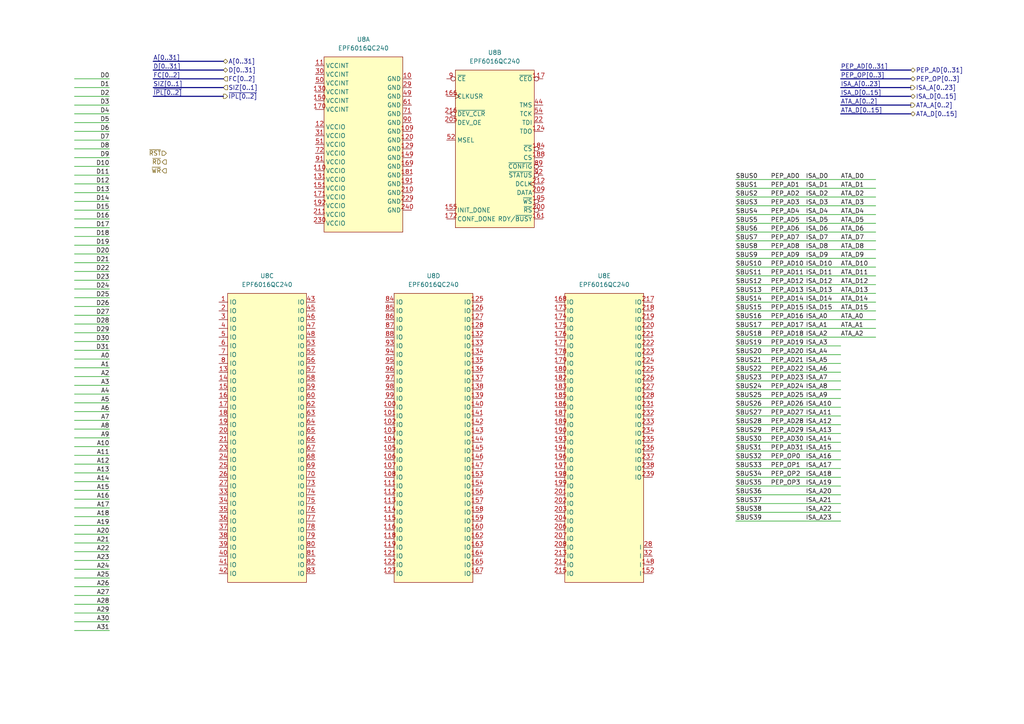
<source format=kicad_sch>
(kicad_sch (version 20230121) (generator eeschema)
  (paper "A4")
  (lib_symbols
    (symbol "m68k-hbc-ic:EPF6016QC240"
      (property "Reference" "U" (at 0 45.72 0))
      (property "Value" "EPF6016QC240" (at 0 43.18 0))
      (symbol "EPF6016QC240_1_0"
        (pin power_in line (at 13.97 5.08 180) (length 2.54) (name "GND") (number "109"))
        (pin power_in line (at -13.97 -6.35 0) (length 2.54) (name "VCCIO") (number "110"))
        (pin power_in line (at -13.97 6.35 0) (length 2.54) (name "VCCIO") (number "12"))
        (pin power_in line (at 13.97 2.54 180) (length 2.54) (name "GND") (number "120"))
        (pin power_in line (at 13.97 0 180) (length 2.54) (name "GND") (number "129"))
        (pin power_in line (at -13.97 -8.89 0) (length 2.54) (name "VCCIO") (number "131"))
        (pin power_in line (at 13.97 -2.54 180) (length 2.54) (name "GND") (number "149"))
        (pin power_in line (at -13.97 -11.43 0) (length 2.54) (name "VCCIO") (number "151"))
        (pin power_in line (at 13.97 -5.08 180) (length 2.54) (name "GND") (number "169"))
        (pin power_in line (at -13.97 -13.97 0) (length 2.54) (name "VCCIO") (number "171"))
        (pin power_in line (at 13.97 -10.16 180) (length 2.54) (name "GND") (number "191"))
        (pin power_in line (at -13.97 -16.51 0) (length 2.54) (name "VCCIO") (number "192"))
        (pin power_in line (at 13.97 -15.24 180) (length 2.54) (name "GND") (number "229"))
        (pin power_in line (at -13.97 -21.59 0) (length 2.54) (name "VCCIO") (number "230"))
        (pin power_in line (at 13.97 17.78 180) (length 2.54) (name "GND") (number "29"))
        (pin power_in line (at -13.97 21.59 0) (length 2.54) (name "VCCINT") (number "30"))
        (pin power_in line (at -13.97 3.81 0) (length 2.54) (name "VCCIO") (number "31"))
        (pin power_in line (at 13.97 15.24 180) (length 2.54) (name "GND") (number "49"))
        (pin power_in line (at -13.97 19.05 0) (length 2.54) (name "VCCINT") (number "50"))
        (pin power_in line (at -13.97 1.27 0) (length 2.54) (name "VCCIO") (number "51"))
        (pin power_in line (at 13.97 12.7 180) (length 2.54) (name "GND") (number "61"))
        (pin power_in line (at 13.97 10.16 180) (length 2.54) (name "GND") (number "71"))
        (pin power_in line (at -13.97 -1.27 0) (length 2.54) (name "VCCIO") (number "72"))
      )
      (symbol "EPF6016QC240_1_1"
        (rectangle (start -11.43 26.67) (end 11.43 -24.13) (fill (type background)))
        (pin power_in line (at 13.97 20.32 180) (length 2.54) (name "GND") (number "10"))
        (pin power_in line (at -13.97 24.13 0) (length 2.54) (name "VCCINT") (number "11"))
        (pin power_in line (at -13.97 16.51 0) (length 2.54) (name "VCCINT") (number "130"))
        (pin power_in line (at -13.97 13.97 0) (length 2.54) (name "VCCINT") (number "150"))
        (pin power_in line (at -13.97 11.43 0) (length 2.54) (name "VCCINT") (number "170"))
        (pin power_in line (at 13.97 -7.62 180) (length 2.54) (name "GND") (number "181"))
        (pin power_in line (at 13.97 -12.7 180) (length 2.54) (name "GND") (number "210"))
        (pin power_in line (at -13.97 -19.05 0) (length 2.54) (name "VCCIO") (number "211"))
        (pin power_in line (at 13.97 -17.78 180) (length 2.54) (name "GND") (number "240"))
        (pin power_in line (at 13.97 7.62 180) (length 2.54) (name "GND") (number "90"))
        (pin power_in line (at -13.97 -3.81 0) (length 2.54) (name "VCCIO") (number "91"))
      )
      (symbol "EPF6016QC240_2_0"
        (pin output inverted (at 13.97 20.32 180) (length 2.54) (name "~{CEO}") (number "117"))
        (pin bidirectional line (at 13.97 -20.32 180) (length 2.54) (name "RDY/~{BUSY}") (number "161"))
        (pin input clock (at -13.97 15.24 0) (length 2.54) (name "CLKUSR") (number "166"))
        (pin bidirectional line (at -13.97 -20.32 0) (length 2.54) (name "CONF_DONE") (number "172"))
        (pin bidirectional inverted (at 13.97 0 180) (length 2.54) (name "~{CS}") (number "184"))
        (pin bidirectional inverted (at 13.97 -15.24 180) (length 2.54) (name "~{WS}") (number "195"))
        (pin bidirectional inverted (at 13.97 -17.78 180) (length 2.54) (name "~{RS}") (number "200"))
        (pin input line (at 13.97 12.7 180) (length 2.54) (name "TMS") (number "44"))
        (pin input line (at 13.97 10.16 180) (length 2.54) (name "TCK") (number "54"))
        (pin input inverted (at -13.97 20.32 0) (length 2.54) (name "~{CE}") (number "9"))
      )
      (symbol "EPF6016QC240_2_1"
        (rectangle (start -11.43 22.86) (end 11.43 -22.86) (fill (type background)))
        (pin output line (at 13.97 5.08 180) (length 2.54) (name "TDO") (number "124"))
        (pin bidirectional line (at -13.97 -17.78 0) (length 2.54) (name "INIT_DONE") (number "155"))
        (pin bidirectional line (at 13.97 -2.54 180) (length 2.54) (name "CS") (number "188"))
        (pin bidirectional line (at -13.97 7.62 0) (length 2.54) (name "DEV_OE") (number "205"))
        (pin input line (at 13.97 -12.7 180) (length 2.54) (name "DATA") (number "209"))
        (pin bidirectional clock (at 13.97 -10.16 180) (length 2.54) (name "DCLK") (number "212"))
        (pin bidirectional inverted (at -13.97 10.16 0) (length 2.54) (name "~{DEV_CLR}") (number "216"))
        (pin input line (at 13.97 7.62 180) (length 2.54) (name "TDI") (number "22"))
        (pin input line (at -13.97 2.54 0) (length 2.54) (name "MSEL") (number "52"))
        (pin bidirectional inverted (at 13.97 -5.08 180) (length 2.54) (name "~{CONFIG}") (number "89"))
        (pin bidirectional inverted (at 13.97 -7.62 180) (length 2.54) (name "~{STATUS}") (number "92"))
      )
      (symbol "EPF6016QC240_3_0"
        (pin bidirectional line (at -13.97 39.37 0) (length 2.54) (name "IO") (number "1"))
        (pin bidirectional line (at -13.97 19.05 0) (length 2.54) (name "IO") (number "13"))
        (pin bidirectional line (at -13.97 16.51 0) (length 2.54) (name "IO") (number "14"))
        (pin bidirectional line (at -13.97 13.97 0) (length 2.54) (name "IO") (number "15"))
        (pin bidirectional line (at -13.97 8.89 0) (length 2.54) (name "IO") (number "17"))
        (pin bidirectional line (at -13.97 6.35 0) (length 2.54) (name "IO") (number "18"))
        (pin bidirectional line (at -13.97 3.81 0) (length 2.54) (name "IO") (number "19"))
        (pin bidirectional line (at -13.97 -1.27 0) (length 2.54) (name "IO") (number "21"))
        (pin bidirectional line (at -13.97 -6.35 0) (length 2.54) (name "IO") (number "24"))
        (pin bidirectional line (at -13.97 -8.89 0) (length 2.54) (name "IO") (number "25"))
        (pin bidirectional line (at -13.97 -16.51 0) (length 2.54) (name "IO") (number "33"))
        (pin bidirectional line (at -13.97 -19.05 0) (length 2.54) (name "IO") (number "34"))
        (pin bidirectional line (at -13.97 -21.59 0) (length 2.54) (name "IO") (number "35"))
        (pin bidirectional line (at -13.97 -24.13 0) (length 2.54) (name "IO") (number "36"))
        (pin bidirectional line (at -13.97 -29.21 0) (length 2.54) (name "IO") (number "38"))
        (pin bidirectional line (at -13.97 -31.75 0) (length 2.54) (name "IO") (number "39"))
        (pin bidirectional line (at -13.97 -34.29 0) (length 2.54) (name "IO") (number "40"))
        (pin bidirectional line (at -13.97 -36.83 0) (length 2.54) (name "IO") (number "41"))
        (pin bidirectional line (at 13.97 39.37 180) (length 2.54) (name "IO") (number "43"))
        (pin bidirectional line (at 13.97 36.83 180) (length 2.54) (name "IO") (number "45"))
        (pin bidirectional line (at 13.97 34.29 180) (length 2.54) (name "IO") (number "46"))
        (pin bidirectional line (at 13.97 29.21 180) (length 2.54) (name "IO") (number "48"))
        (pin bidirectional line (at 13.97 26.67 180) (length 2.54) (name "IO") (number "53"))
        (pin bidirectional line (at 13.97 24.13 180) (length 2.54) (name "IO") (number "55"))
        (pin bidirectional line (at 13.97 21.59 180) (length 2.54) (name "IO") (number "56"))
        (pin bidirectional line (at -13.97 26.67 0) (length 2.54) (name "IO") (number "6"))
        (pin bidirectional line (at 13.97 8.89 180) (length 2.54) (name "IO") (number "62"))
        (pin bidirectional line (at 13.97 6.35 180) (length 2.54) (name "IO") (number "63"))
        (pin bidirectional line (at 13.97 3.81 180) (length 2.54) (name "IO") (number "64"))
        (pin bidirectional line (at 13.97 1.27 180) (length 2.54) (name "IO") (number "65"))
        (pin bidirectional line (at 13.97 -1.27 180) (length 2.54) (name "IO") (number "66"))
        (pin bidirectional line (at 13.97 -3.81 180) (length 2.54) (name "IO") (number "67"))
        (pin bidirectional line (at 13.97 -6.35 180) (length 2.54) (name "IO") (number "68"))
        (pin bidirectional line (at -13.97 24.13 0) (length 2.54) (name "IO") (number "7"))
        (pin bidirectional line (at 13.97 -11.43 180) (length 2.54) (name "IO") (number "70"))
        (pin bidirectional line (at 13.97 -16.51 180) (length 2.54) (name "IO") (number "74"))
        (pin bidirectional line (at 13.97 -19.05 180) (length 2.54) (name "IO") (number "75"))
        (pin bidirectional line (at 13.97 -26.67 180) (length 2.54) (name "IO") (number "78"))
        (pin bidirectional line (at 13.97 -29.21 180) (length 2.54) (name "IO") (number "79"))
        (pin bidirectional line (at -13.97 21.59 0) (length 2.54) (name "IO") (number "8"))
        (pin bidirectional line (at 13.97 -31.75 180) (length 2.54) (name "IO") (number "80"))
        (pin bidirectional line (at 13.97 -34.29 180) (length 2.54) (name "IO") (number "81"))
        (pin bidirectional line (at 13.97 -36.83 180) (length 2.54) (name "IO") (number "82"))
        (pin bidirectional line (at 13.97 -39.37 180) (length 2.54) (name "IO") (number "83"))
      )
      (symbol "EPF6016QC240_3_1"
        (rectangle (start -11.43 41.91) (end 11.43 -41.91) (fill (type background)))
        (pin bidirectional line (at -13.97 11.43 0) (length 2.54) (name "IO") (number "16"))
        (pin bidirectional line (at -13.97 36.83 0) (length 2.54) (name "IO") (number "2"))
        (pin bidirectional line (at -13.97 1.27 0) (length 2.54) (name "IO") (number "20"))
        (pin bidirectional line (at -13.97 -3.81 0) (length 2.54) (name "IO") (number "23"))
        (pin bidirectional line (at -13.97 -11.43 0) (length 2.54) (name "IO") (number "26"))
        (pin bidirectional line (at -13.97 -13.97 0) (length 2.54) (name "IO") (number "27"))
        (pin bidirectional line (at -13.97 34.29 0) (length 2.54) (name "IO") (number "3"))
        (pin bidirectional line (at -13.97 -26.67 0) (length 2.54) (name "IO") (number "37"))
        (pin bidirectional line (at -13.97 31.75 0) (length 2.54) (name "IO") (number "4"))
        (pin bidirectional line (at -13.97 -39.37 0) (length 2.54) (name "IO") (number "42"))
        (pin bidirectional line (at 13.97 31.75 180) (length 2.54) (name "IO") (number "47"))
        (pin bidirectional line (at -13.97 29.21 0) (length 2.54) (name "IO") (number "5"))
        (pin bidirectional line (at 13.97 19.05 180) (length 2.54) (name "IO") (number "57"))
        (pin bidirectional line (at 13.97 16.51 180) (length 2.54) (name "IO") (number "58"))
        (pin bidirectional line (at 13.97 13.97 180) (length 2.54) (name "IO") (number "59"))
        (pin bidirectional line (at 13.97 11.43 180) (length 2.54) (name "IO") (number "60"))
        (pin bidirectional line (at 13.97 -8.89 180) (length 2.54) (name "IO") (number "69"))
        (pin bidirectional line (at 13.97 -13.97 180) (length 2.54) (name "IO") (number "73"))
        (pin bidirectional line (at 13.97 -21.59 180) (length 2.54) (name "IO") (number "76"))
        (pin bidirectional line (at 13.97 -24.13 180) (length 2.54) (name "IO") (number "77"))
      )
      (symbol "EPF6016QC240_4_0"
        (pin bidirectional line (at -13.97 8.89 0) (length 2.54) (name "IO") (number "100"))
        (pin bidirectional line (at -13.97 6.35 0) (length 2.54) (name "IO") (number "101"))
        (pin bidirectional line (at -13.97 3.81 0) (length 2.54) (name "IO") (number "102"))
        (pin bidirectional line (at -13.97 1.27 0) (length 2.54) (name "IO") (number "103"))
        (pin bidirectional line (at -13.97 -3.81 0) (length 2.54) (name "IO") (number "105"))
        (pin bidirectional line (at -13.97 -6.35 0) (length 2.54) (name "IO") (number "106"))
        (pin bidirectional line (at -13.97 -8.89 0) (length 2.54) (name "IO") (number "107"))
        (pin bidirectional line (at -13.97 -11.43 0) (length 2.54) (name "IO") (number "108"))
        (pin bidirectional line (at -13.97 -13.97 0) (length 2.54) (name "IO") (number "111"))
        (pin bidirectional line (at -13.97 -19.05 0) (length 2.54) (name "IO") (number "113"))
        (pin bidirectional line (at -13.97 -21.59 0) (length 2.54) (name "IO") (number "114"))
        (pin bidirectional line (at -13.97 -24.13 0) (length 2.54) (name "IO") (number "115"))
        (pin bidirectional line (at -13.97 -26.67 0) (length 2.54) (name "IO") (number "116"))
        (pin bidirectional line (at -13.97 -29.21 0) (length 2.54) (name "IO") (number "118"))
        (pin bidirectional line (at -13.97 -31.75 0) (length 2.54) (name "IO") (number "119"))
        (pin bidirectional line (at 13.97 36.83 180) (length 2.54) (name "IO") (number "126"))
        (pin bidirectional line (at 13.97 34.29 180) (length 2.54) (name "IO") (number "127"))
        (pin bidirectional line (at 13.97 31.75 180) (length 2.54) (name "IO") (number "128"))
        (pin bidirectional line (at 13.97 29.21 180) (length 2.54) (name "IO") (number "132"))
        (pin bidirectional line (at 13.97 26.67 180) (length 2.54) (name "IO") (number "133"))
        (pin bidirectional line (at 13.97 24.13 180) (length 2.54) (name "IO") (number "134"))
        (pin bidirectional line (at 13.97 19.05 180) (length 2.54) (name "IO") (number "136"))
        (pin bidirectional line (at 13.97 16.51 180) (length 2.54) (name "IO") (number "137"))
        (pin bidirectional line (at 13.97 13.97 180) (length 2.54) (name "IO") (number "138"))
        (pin bidirectional line (at 13.97 11.43 180) (length 2.54) (name "IO") (number "139"))
        (pin bidirectional line (at 13.97 6.35 180) (length 2.54) (name "IO") (number "141"))
        (pin bidirectional line (at 13.97 3.81 180) (length 2.54) (name "IO") (number "142"))
        (pin bidirectional line (at 13.97 1.27 180) (length 2.54) (name "IO") (number "143"))
        (pin bidirectional line (at 13.97 -1.27 180) (length 2.54) (name "IO") (number "144"))
        (pin bidirectional line (at 13.97 -6.35 180) (length 2.54) (name "IO") (number "146"))
        (pin bidirectional line (at 13.97 -8.89 180) (length 2.54) (name "IO") (number "147"))
        (pin bidirectional line (at 13.97 -11.43 180) (length 2.54) (name "IO") (number "153"))
        (pin bidirectional line (at 13.97 -13.97 180) (length 2.54) (name "IO") (number "154"))
        (pin bidirectional line (at 13.97 -16.51 180) (length 2.54) (name "IO") (number "156"))
        (pin bidirectional line (at 13.97 -19.05 180) (length 2.54) (name "IO") (number "157"))
        (pin bidirectional line (at 13.97 -21.59 180) (length 2.54) (name "IO") (number "158"))
        (pin bidirectional line (at 13.97 -29.21 180) (length 2.54) (name "IO") (number "162"))
        (pin bidirectional line (at 13.97 -31.75 180) (length 2.54) (name "IO") (number "163"))
        (pin bidirectional line (at 13.97 -34.29 180) (length 2.54) (name "IO") (number "164"))
        (pin bidirectional line (at 13.97 -39.37 180) (length 2.54) (name "IO") (number "167"))
        (pin bidirectional line (at -13.97 39.37 0) (length 2.54) (name "IO") (number "84"))
        (pin bidirectional line (at -13.97 34.29 0) (length 2.54) (name "IO") (number "86"))
        (pin bidirectional line (at -13.97 31.75 0) (length 2.54) (name "IO") (number "87"))
        (pin bidirectional line (at -13.97 29.21 0) (length 2.54) (name "IO") (number "88"))
        (pin bidirectional line (at -13.97 24.13 0) (length 2.54) (name "IO") (number "94"))
        (pin bidirectional line (at -13.97 21.59 0) (length 2.54) (name "IO") (number "95"))
        (pin bidirectional line (at -13.97 16.51 0) (length 2.54) (name "IO") (number "97"))
        (pin bidirectional line (at -13.97 13.97 0) (length 2.54) (name "IO") (number "98"))
        (pin bidirectional line (at -13.97 11.43 0) (length 2.54) (name "IO") (number "99"))
      )
      (symbol "EPF6016QC240_4_1"
        (rectangle (start -11.43 41.91) (end 11.43 -41.91) (fill (type background)))
        (pin bidirectional line (at -13.97 -1.27 0) (length 2.54) (name "IO") (number "104"))
        (pin bidirectional line (at -13.97 -16.51 0) (length 2.54) (name "IO") (number "112"))
        (pin bidirectional line (at -13.97 -34.29 0) (length 2.54) (name "IO") (number "121"))
        (pin bidirectional line (at -13.97 -36.83 0) (length 2.54) (name "IO") (number "122"))
        (pin bidirectional line (at -13.97 -39.37 0) (length 2.54) (name "IO") (number "123"))
        (pin bidirectional line (at 13.97 39.37 180) (length 2.54) (name "IO") (number "125"))
        (pin bidirectional line (at 13.97 21.59 180) (length 2.54) (name "IO") (number "135"))
        (pin bidirectional line (at 13.97 8.89 180) (length 2.54) (name "IO") (number "140"))
        (pin bidirectional line (at 13.97 -3.81 180) (length 2.54) (name "IO") (number "145"))
        (pin bidirectional line (at 13.97 -24.13 180) (length 2.54) (name "IO") (number "159"))
        (pin bidirectional line (at 13.97 -26.67 180) (length 2.54) (name "IO") (number "160"))
        (pin bidirectional line (at 13.97 -36.83 180) (length 2.54) (name "IO") (number "165"))
        (pin bidirectional line (at -13.97 36.83 0) (length 2.54) (name "IO") (number "85"))
        (pin bidirectional line (at -13.97 26.67 0) (length 2.54) (name "IO") (number "93"))
        (pin bidirectional line (at -13.97 19.05 0) (length 2.54) (name "IO") (number "96"))
      )
      (symbol "EPF6016QC240_5_0"
        (pin input line (at 13.97 -36.83 180) (length 2.54) (name "I") (number "148"))
        (pin input line (at 13.97 -39.37 180) (length 2.54) (name "I") (number "152"))
        (pin bidirectional line (at -13.97 39.37 0) (length 2.54) (name "IO") (number "168"))
        (pin bidirectional line (at -13.97 36.83 0) (length 2.54) (name "IO") (number "173"))
        (pin bidirectional line (at -13.97 34.29 0) (length 2.54) (name "IO") (number "174"))
        (pin bidirectional line (at -13.97 31.75 0) (length 2.54) (name "IO") (number "175"))
        (pin bidirectional line (at -13.97 6.35 0) (length 2.54) (name "IO") (number "187"))
        (pin bidirectional line (at -13.97 -1.27 0) (length 2.54) (name "IO") (number "193"))
        (pin bidirectional line (at -13.97 -3.81 0) (length 2.54) (name "IO") (number "194"))
        (pin bidirectional line (at -13.97 -6.35 0) (length 2.54) (name "IO") (number "196"))
        (pin bidirectional line (at -13.97 -11.43 0) (length 2.54) (name "IO") (number "198"))
        (pin bidirectional line (at -13.97 -13.97 0) (length 2.54) (name "IO") (number "199"))
        (pin bidirectional line (at -13.97 -16.51 0) (length 2.54) (name "IO") (number "201"))
        (pin bidirectional line (at -13.97 -19.05 0) (length 2.54) (name "IO") (number "202"))
        (pin bidirectional line (at -13.97 -21.59 0) (length 2.54) (name "IO") (number "203"))
        (pin bidirectional line (at -13.97 -24.13 0) (length 2.54) (name "IO") (number "204"))
        (pin bidirectional line (at -13.97 -26.67 0) (length 2.54) (name "IO") (number "206"))
        (pin bidirectional line (at -13.97 -29.21 0) (length 2.54) (name "IO") (number "207"))
        (pin bidirectional line (at -13.97 -31.75 0) (length 2.54) (name "IO") (number "208"))
        (pin bidirectional line (at -13.97 -36.83 0) (length 2.54) (name "IO") (number "214"))
        (pin bidirectional line (at -13.97 -39.37 0) (length 2.54) (name "IO") (number "215"))
        (pin bidirectional line (at 13.97 39.37 180) (length 2.54) (name "IO") (number "217"))
        (pin bidirectional line (at 13.97 36.83 180) (length 2.54) (name "IO") (number "218"))
        (pin bidirectional line (at 13.97 34.29 180) (length 2.54) (name "IO") (number "219"))
        (pin bidirectional line (at 13.97 31.75 180) (length 2.54) (name "IO") (number "220"))
        (pin bidirectional line (at 13.97 29.21 180) (length 2.54) (name "IO") (number "221"))
        (pin bidirectional line (at 13.97 26.67 180) (length 2.54) (name "IO") (number "222"))
        (pin bidirectional line (at 13.97 24.13 180) (length 2.54) (name "IO") (number "223"))
        (pin bidirectional line (at 13.97 19.05 180) (length 2.54) (name "IO") (number "225"))
        (pin bidirectional line (at 13.97 16.51 180) (length 2.54) (name "IO") (number "226"))
        (pin bidirectional line (at 13.97 13.97 180) (length 2.54) (name "IO") (number "227"))
        (pin bidirectional line (at 13.97 11.43 180) (length 2.54) (name "IO") (number "228"))
        (pin bidirectional line (at 13.97 8.89 180) (length 2.54) (name "IO") (number "231"))
        (pin bidirectional line (at 13.97 3.81 180) (length 2.54) (name "IO") (number "233"))
        (pin bidirectional line (at 13.97 1.27 180) (length 2.54) (name "IO") (number "234"))
        (pin bidirectional line (at 13.97 -1.27 180) (length 2.54) (name "IO") (number "235"))
        (pin bidirectional line (at 13.97 -6.35 180) (length 2.54) (name "IO") (number "237"))
        (pin input line (at 13.97 -31.75 180) (length 2.54) (name "I") (number "28"))
      )
      (symbol "EPF6016QC240_5_1"
        (rectangle (start -11.43 41.91) (end 11.43 -41.91) (fill (type background)))
        (pin bidirectional line (at -13.97 29.21 0) (length 2.54) (name "IO") (number "176"))
        (pin bidirectional line (at -13.97 26.67 0) (length 2.54) (name "IO") (number "177"))
        (pin bidirectional line (at -13.97 24.13 0) (length 2.54) (name "IO") (number "178"))
        (pin bidirectional line (at -13.97 21.59 0) (length 2.54) (name "IO") (number "179"))
        (pin bidirectional line (at -13.97 19.05 0) (length 2.54) (name "IO") (number "180"))
        (pin bidirectional line (at -13.97 16.51 0) (length 2.54) (name "IO") (number "182"))
        (pin bidirectional line (at -13.97 13.97 0) (length 2.54) (name "IO") (number "183"))
        (pin bidirectional line (at -13.97 11.43 0) (length 2.54) (name "IO") (number "185"))
        (pin bidirectional line (at -13.97 8.89 0) (length 2.54) (name "IO") (number "186"))
        (pin bidirectional line (at -13.97 3.81 0) (length 2.54) (name "IO") (number "189"))
        (pin bidirectional line (at -13.97 1.27 0) (length 2.54) (name "IO") (number "190"))
        (pin bidirectional line (at -13.97 -8.89 0) (length 2.54) (name "IO") (number "197"))
        (pin bidirectional line (at -13.97 -34.29 0) (length 2.54) (name "IO") (number "213"))
        (pin bidirectional line (at 13.97 21.59 180) (length 2.54) (name "IO") (number "224"))
        (pin bidirectional line (at 13.97 6.35 180) (length 2.54) (name "IO") (number "232"))
        (pin bidirectional line (at 13.97 -3.81 180) (length 2.54) (name "IO") (number "236"))
        (pin bidirectional line (at 13.97 -8.89 180) (length 2.54) (name "IO") (number "238"))
        (pin bidirectional line (at 13.97 -11.43 180) (length 2.54) (name "IO") (number "239"))
        (pin input line (at 13.97 -34.29 180) (length 2.54) (name "I") (number "32"))
      )
    )
  )
  (wire (pts (xy 21.59 106.68) (xy 31.75 106.68)))
  (wire (pts (xy 21.59 63.5) (xy 31.75 63.5)))
  (bus (pts (xy 44.45 27.94) (xy 64.77 27.94)))
  (wire (pts (xy 21.59 121.92) (xy 31.75 121.92)))
  (wire (pts (xy 21.59 129.54) (xy 31.75 129.54)))
  (wire (pts (xy 213.36 54.61) (xy 254 54.61)))
  (wire (pts (xy 21.59 170.18) (xy 31.75 170.18)))
  (wire (pts (xy 21.59 127) (xy 31.75 127)))
  (wire (pts (xy 21.59 55.88) (xy 31.75 55.88)))
  (wire (pts (xy 21.59 116.84) (xy 31.75 116.84)))
  (wire (pts (xy 213.36 130.81) (xy 243.84 130.81)))
  (wire (pts (xy 21.59 53.34) (xy 31.75 53.34)))
  (wire (pts (xy 21.59 157.48) (xy 31.75 157.48)))
  (wire (pts (xy 21.59 25.4) (xy 31.75 25.4)))
  (wire (pts (xy 21.59 139.7) (xy 31.75 139.7)))
  (wire (pts (xy 21.59 83.82) (xy 31.75 83.82)))
  (wire (pts (xy 213.36 125.73) (xy 243.84 125.73)))
  (wire (pts (xy 21.59 88.9) (xy 31.75 88.9)))
  (wire (pts (xy 213.36 57.15) (xy 254 57.15)))
  (wire (pts (xy 21.59 86.36) (xy 31.75 86.36)))
  (bus (pts (xy 243.84 30.48) (xy 264.16 30.48)))
  (wire (pts (xy 21.59 114.3) (xy 31.75 114.3)))
  (wire (pts (xy 213.36 128.27) (xy 243.84 128.27)))
  (wire (pts (xy 213.36 135.89) (xy 243.84 135.89)))
  (wire (pts (xy 213.36 146.05) (xy 243.84 146.05)))
  (wire (pts (xy 213.36 115.57) (xy 243.84 115.57)))
  (wire (pts (xy 213.36 62.23) (xy 254 62.23)))
  (wire (pts (xy 21.59 180.34) (xy 31.75 180.34)))
  (wire (pts (xy 21.59 58.42) (xy 31.75 58.42)))
  (wire (pts (xy 21.59 71.12) (xy 31.75 71.12)))
  (wire (pts (xy 21.59 96.52) (xy 31.75 96.52)))
  (wire (pts (xy 21.59 66.04) (xy 31.75 66.04)))
  (wire (pts (xy 213.36 110.49) (xy 243.84 110.49)))
  (wire (pts (xy 21.59 60.96) (xy 31.75 60.96)))
  (wire (pts (xy 213.36 69.85) (xy 254 69.85)))
  (bus (pts (xy 243.84 20.32) (xy 264.16 20.32)))
  (wire (pts (xy 21.59 33.02) (xy 31.75 33.02)))
  (wire (pts (xy 21.59 152.4) (xy 31.75 152.4)))
  (wire (pts (xy 21.59 73.66) (xy 31.75 73.66)))
  (wire (pts (xy 213.36 138.43) (xy 243.84 138.43)))
  (wire (pts (xy 21.59 27.94) (xy 31.75 27.94)))
  (bus (pts (xy 44.45 22.86) (xy 64.77 22.86)))
  (bus (pts (xy 44.45 17.78) (xy 64.77 17.78)))
  (wire (pts (xy 21.59 124.46) (xy 31.75 124.46)))
  (wire (pts (xy 21.59 142.24) (xy 31.75 142.24)))
  (wire (pts (xy 213.36 151.13) (xy 243.84 151.13)))
  (wire (pts (xy 21.59 68.58) (xy 31.75 68.58)))
  (wire (pts (xy 21.59 93.98) (xy 31.75 93.98)))
  (wire (pts (xy 21.59 177.8) (xy 31.75 177.8)))
  (wire (pts (xy 213.36 74.93) (xy 254 74.93)))
  (wire (pts (xy 213.36 123.19) (xy 243.84 123.19)))
  (bus (pts (xy 243.84 25.4) (xy 264.16 25.4)))
  (wire (pts (xy 21.59 50.8) (xy 31.75 50.8)))
  (wire (pts (xy 213.36 64.77) (xy 254 64.77)))
  (wire (pts (xy 21.59 132.08) (xy 31.75 132.08)))
  (wire (pts (xy 213.36 102.87) (xy 243.84 102.87)))
  (wire (pts (xy 21.59 30.48) (xy 31.75 30.48)))
  (wire (pts (xy 213.36 90.17) (xy 254 90.17)))
  (wire (pts (xy 21.59 137.16) (xy 31.75 137.16)))
  (wire (pts (xy 21.59 45.72) (xy 31.75 45.72)))
  (wire (pts (xy 213.36 72.39) (xy 254 72.39)))
  (wire (pts (xy 213.36 59.69) (xy 254 59.69)))
  (wire (pts (xy 213.36 113.03) (xy 243.84 113.03)))
  (wire (pts (xy 213.36 52.07) (xy 254 52.07)))
  (wire (pts (xy 213.36 120.65) (xy 243.84 120.65)))
  (wire (pts (xy 21.59 119.38) (xy 31.75 119.38)))
  (wire (pts (xy 21.59 78.74) (xy 31.75 78.74)))
  (wire (pts (xy 21.59 101.6) (xy 31.75 101.6)))
  (wire (pts (xy 21.59 22.86) (xy 31.75 22.86)))
  (wire (pts (xy 213.36 148.59) (xy 243.84 148.59)))
  (wire (pts (xy 213.36 92.71) (xy 254 92.71)))
  (wire (pts (xy 21.59 167.64) (xy 31.75 167.64)))
  (wire (pts (xy 213.36 107.95) (xy 243.84 107.95)))
  (wire (pts (xy 21.59 175.26) (xy 31.75 175.26)))
  (wire (pts (xy 213.36 143.51) (xy 243.84 143.51)))
  (wire (pts (xy 21.59 162.56) (xy 31.75 162.56)))
  (wire (pts (xy 21.59 76.2) (xy 31.75 76.2)))
  (wire (pts (xy 21.59 91.44) (xy 31.75 91.44)))
  (wire (pts (xy 21.59 104.14) (xy 31.75 104.14)))
  (wire (pts (xy 213.36 87.63) (xy 254 87.63)))
  (wire (pts (xy 213.36 133.35) (xy 243.84 133.35)))
  (wire (pts (xy 21.59 149.86) (xy 31.75 149.86)))
  (wire (pts (xy 21.59 48.26) (xy 31.75 48.26)))
  (wire (pts (xy 213.36 140.97) (xy 243.84 140.97)))
  (bus (pts (xy 243.84 22.86) (xy 264.16 22.86)))
  (wire (pts (xy 21.59 35.56) (xy 31.75 35.56)))
  (bus (pts (xy 44.45 25.4) (xy 64.77 25.4)))
  (wire (pts (xy 213.36 97.79) (xy 254 97.79)))
  (wire (pts (xy 21.59 43.18) (xy 31.75 43.18)))
  (wire (pts (xy 21.59 99.06) (xy 31.75 99.06)))
  (wire (pts (xy 213.36 118.11) (xy 243.84 118.11)))
  (wire (pts (xy 21.59 165.1) (xy 31.75 165.1)))
  (wire (pts (xy 21.59 40.64) (xy 31.75 40.64)))
  (wire (pts (xy 213.36 80.01) (xy 254 80.01)))
  (wire (pts (xy 21.59 111.76) (xy 31.75 111.76)))
  (wire (pts (xy 21.59 134.62) (xy 31.75 134.62)))
  (wire (pts (xy 21.59 38.1) (xy 31.75 38.1)))
  (wire (pts (xy 21.59 81.28) (xy 31.75 81.28)))
  (wire (pts (xy 21.59 109.22) (xy 31.75 109.22)))
  (wire (pts (xy 213.36 82.55) (xy 254 82.55)))
  (wire (pts (xy 213.36 100.33) (xy 243.84 100.33)))
  (wire (pts (xy 213.36 77.47) (xy 254 77.47)))
  (wire (pts (xy 21.59 154.94) (xy 31.75 154.94)))
  (bus (pts (xy 243.84 33.02) (xy 264.16 33.02)))
  (wire (pts (xy 21.59 172.72) (xy 31.75 172.72)))
  (wire (pts (xy 21.59 182.88) (xy 31.75 182.88)))
  (wire (pts (xy 21.59 160.02) (xy 31.75 160.02)))
  (wire (pts (xy 213.36 95.25) (xy 254 95.25)))
  (wire (pts (xy 213.36 105.41) (xy 243.84 105.41)))
  (wire (pts (xy 213.36 85.09) (xy 254 85.09)))
  (wire (pts (xy 21.59 144.78) (xy 31.75 144.78)))
  (wire (pts (xy 21.59 147.32) (xy 31.75 147.32)))
  (bus (pts (xy 44.45 20.32) (xy 64.77 20.32)))
  (bus (pts (xy 243.84 27.94) (xy 264.16 27.94)))
  (wire (pts (xy 213.36 67.31) (xy 254 67.31)))
  (label "SBUS19" (at 213.36 100.33 0))
  (label "PEP_AD21" (at 223.52 105.41 0))
  (label "ATA_D7" (at 243.84 69.85 0))
  (label "D2" (at 31.75 27.94 180))
  (label "ISA_A7" (at 233.68 110.49 0))
  (label "PEP_AD23" (at 223.52 110.49 0))
  (label "ATA_D12" (at 243.84 82.55 0))
  (label "PEP_AD7" (at 223.52 69.85 0))
  (label "D16" (at 31.75 63.5 180))
  (label "ISA_A22" (at 233.68 148.59 0))
  (label "PEP_AD30" (at 223.52 128.27 0))
  (label "ISA_D5" (at 233.68 64.77 0))
  (label "ISA_D9" (at 233.68 74.93 0))
  (label "D9" (at 31.75 45.72 180))
  (label "ISA_A2" (at 233.68 97.79 0))
  (label "ATA_D9" (at 243.84 74.93 0))
  (label "SBUS18" (at 213.36 97.79 0))
  (label "FC[0..2]" (at 44.45 22.86 0))
  (label "ISA_A5" (at 233.68 105.41 0))
  (label "D4" (at 31.75 33.02 180))
  (label "PEP_AD27" (at 223.52 120.65 0))
  (label "PEP_AD20" (at 223.52 102.87 0))
  (label "ISA_D4" (at 233.68 62.23 0))
  (label "D8" (at 31.75 43.18 180))
  (label "A5" (at 31.75 116.84 180))
  (label "A14" (at 31.75 139.7 180))
  (label "ATA_D4" (at 243.84 62.23 0))
  (label "PEP_AD17" (at 223.52 95.25 0))
  (label "ISA_A6" (at 233.68 107.95 0))
  (label "SBUS20" (at 213.36 102.87 0))
  (label "A[0..31]" (at 44.45 17.78 0))
  (label "SBUS16" (at 213.36 92.71 0))
  (label "PEP_AD22" (at 223.52 107.95 0))
  (label "SBUS38" (at 213.36 148.59 0))
  (label "PEP_AD31" (at 223.52 130.81 0))
  (label "SBUS33" (at 213.36 135.89 0))
  (label "ISA_D10" (at 233.68 77.47 0))
  (label "SBUS25" (at 213.36 115.57 0))
  (label "SBUS30" (at 213.36 128.27 0))
  (label "ISA_A13" (at 233.68 125.73 0))
  (label "PEP_AD2" (at 223.52 57.15 0))
  (label "D24" (at 31.75 83.82 180))
  (label "A27" (at 31.75 172.72 180))
  (label "PEP_AD8" (at 223.52 72.39 0))
  (label "D29" (at 31.75 96.52 180))
  (label "SBUS10" (at 213.36 77.47 0))
  (label "SBUS22" (at 213.36 107.95 0))
  (label "D26" (at 31.75 88.9 180))
  (label "D12" (at 31.75 53.34 180))
  (label "A24" (at 31.75 165.1 180))
  (label "ISA_A19" (at 233.68 140.97 0))
  (label "PEP_AD1" (at 223.52 54.61 0))
  (label "PEP_AD5" (at 223.52 64.77 0))
  (label "SBUS9" (at 213.36 74.93 0))
  (label "A25" (at 31.75 167.64 180))
  (label "SBUS7" (at 213.36 69.85 0))
  (label "D28" (at 31.75 93.98 180))
  (label "SBUS14" (at 213.36 87.63 0))
  (label "ISA_D13" (at 233.68 85.09 0))
  (label "SBUS34" (at 213.36 138.43 0))
  (label "ISA_A4" (at 233.68 102.87 0))
  (label "ISA_D7" (at 233.68 69.85 0))
  (label "ISA_A14" (at 233.68 128.27 0))
  (label "ISA_A10" (at 233.68 118.11 0))
  (label "PEP_OP[0..3]" (at 243.84 22.86 0))
  (label "SBUS0" (at 213.36 52.07 0))
  (label "PEP_AD4" (at 223.52 62.23 0))
  (label "ISA_A3" (at 233.68 100.33 0))
  (label "SBUS24" (at 213.36 113.03 0))
  (label "D[0..31]" (at 44.45 20.32 0))
  (label "SBUS27" (at 213.36 120.65 0))
  (label "ISA_A[0..23]" (at 243.84 25.4 0))
  (label "PEP_OP3" (at 223.52 140.97 0))
  (label "D17" (at 31.75 66.04 180))
  (label "ATA_D10" (at 243.84 77.47 0))
  (label "ATA_A1" (at 243.84 95.25 0))
  (label "D5" (at 31.75 35.56 180))
  (label "SBUS32" (at 213.36 133.35 0))
  (label "SBUS3" (at 213.36 59.69 0))
  (label "ATA_D5" (at 243.84 64.77 0))
  (label "D27" (at 31.75 91.44 180))
  (label "PEP_AD13" (at 223.52 85.09 0))
  (label "PEP_AD28" (at 223.52 123.19 0))
  (label "A22" (at 31.75 160.02 180))
  (label "ISA_A1" (at 233.68 95.25 0))
  (label "ATA_D2" (at 243.84 57.15 0))
  (label "ISA_A9" (at 233.68 115.57 0))
  (label "PEP_AD19" (at 223.52 100.33 0))
  (label "SBUS26" (at 213.36 118.11 0))
  (label "ATA_D6" (at 243.84 67.31 0))
  (label "A9" (at 31.75 127 180))
  (label "~{IPL[0..2]}" (at 44.45 27.94 0))
  (label "PEP_AD10" (at 223.52 77.47 0))
  (label "ISA_D[0..15]" (at 243.84 27.94 0))
  (label "D7" (at 31.75 40.64 180))
  (label "D25" (at 31.75 86.36 180))
  (label "PEP_AD[0..31]" (at 243.84 20.32 0))
  (label "D0" (at 31.75 22.86 180))
  (label "PEP_AD25" (at 223.52 115.57 0))
  (label "ATA_D8" (at 243.84 72.39 0))
  (label "D13" (at 31.75 55.88 180))
  (label "SBUS1" (at 213.36 54.61 0))
  (label "PEP_AD11" (at 223.52 80.01 0))
  (label "PEP_AD26" (at 223.52 118.11 0))
  (label "PEP_AD24" (at 223.52 113.03 0))
  (label "A20" (at 31.75 154.94 180))
  (label "ATA_D15" (at 243.84 90.17 0))
  (label "SBUS21" (at 213.36 105.41 0))
  (label "SBUS15" (at 213.36 90.17 0))
  (label "ISA_D8" (at 233.68 72.39 0))
  (label "ISA_A12" (at 233.68 123.19 0))
  (label "ISA_D0" (at 233.68 52.07 0))
  (label "ISA_D1" (at 233.68 54.61 0))
  (label "SBUS39" (at 213.36 151.13 0))
  (label "A15" (at 31.75 142.24 180))
  (label "D6" (at 31.75 38.1 180))
  (label "ISA_A15" (at 233.68 130.81 0))
  (label "A4" (at 31.75 114.3 180))
  (label "SBUS31" (at 213.36 130.81 0))
  (label "ISA_D3" (at 233.68 59.69 0))
  (label "A7" (at 31.75 121.92 180))
  (label "SBUS35" (at 213.36 140.97 0))
  (label "ISA_A18" (at 233.68 138.43 0))
  (label "ATA_D1" (at 243.84 54.61 0))
  (label "SBUS11" (at 213.36 80.01 0))
  (label "ISA_A17" (at 233.68 135.89 0))
  (label "ATA_A2" (at 243.84 97.79 0))
  (label "SBUS13" (at 213.36 85.09 0))
  (label "A30" (at 31.75 180.34 180))
  (label "SBUS29" (at 213.36 125.73 0))
  (label "SBUS23" (at 213.36 110.49 0))
  (label "D22" (at 31.75 78.74 180))
  (label "ATA_D14" (at 243.84 87.63 0))
  (label "A8" (at 31.75 124.46 180))
  (label "A2" (at 31.75 109.22 180))
  (label "A19" (at 31.75 152.4 180))
  (label "PEP_AD15" (at 223.52 90.17 0))
  (label "ISA_A8" (at 233.68 113.03 0))
  (label "SBUS36" (at 213.36 143.51 0))
  (label "ATA_D11" (at 243.84 80.01 0))
  (label "SBUS6" (at 213.36 67.31 0))
  (label "SBUS4" (at 213.36 62.23 0))
  (label "D30" (at 31.75 99.06 180))
  (label "ATA_D0" (at 243.84 52.07 0))
  (label "SBUS5" (at 213.36 64.77 0))
  (label "ATA_D13" (at 243.84 85.09 0))
  (label "D18" (at 31.75 68.58 180))
  (label "D21" (at 31.75 76.2 180))
  (label "ISA_D6" (at 233.68 67.31 0))
  (label "A6" (at 31.75 119.38 180))
  (label "A17" (at 31.75 147.32 180))
  (label "ISA_A20" (at 233.68 143.51 0))
  (label "PEP_AD0" (at 223.52 52.07 0))
  (label "A28" (at 31.75 175.26 180))
  (label "ATA_A[0..2]" (at 243.84 30.48 0))
  (label "A31" (at 31.75 182.88 180))
  (label "ATA_D[0..15]" (at 243.84 33.02 0))
  (label "ISA_A0" (at 233.68 92.71 0))
  (label "D10" (at 31.75 48.26 180))
  (label "PEP_AD18" (at 223.52 97.79 0))
  (label "A29" (at 31.75 177.8 180))
  (label "SIZ[0..1]" (at 44.45 25.4 0))
  (label "A26" (at 31.75 170.18 180))
  (label "ISA_D2" (at 233.68 57.15 0))
  (label "A13" (at 31.75 137.16 180))
  (label "ATA_A0" (at 243.84 92.71 0))
  (label "D31" (at 31.75 101.6 180))
  (label "PEP_OP1" (at 223.52 135.89 0))
  (label "D1" (at 31.75 25.4 180))
  (label "PEP_OP0" (at 223.52 133.35 0))
  (label "SBUS12" (at 213.36 82.55 0))
  (label "A23" (at 31.75 162.56 180))
  (label "PEP_AD3" (at 223.52 59.69 0))
  (label "SBUS17" (at 213.36 95.25 0))
  (label "A0" (at 31.75 104.14 180))
  (label "ISA_A21" (at 233.68 146.05 0))
  (label "SBUS37" (at 213.36 146.05 0))
  (label "D3" (at 31.75 30.48 180))
  (label "D20" (at 31.75 73.66 180))
  (label "ATA_D3" (at 243.84 59.69 0))
  (label "PEP_AD9" (at 223.52 74.93 0))
  (label "PEP_AD16" (at 223.52 92.71 0))
  (label "D15" (at 31.75 60.96 180))
  (label "SBUS8" (at 213.36 72.39 0))
  (label "ISA_D11" (at 233.68 80.01 0))
  (label "PEP_OP2" (at 223.52 138.43 0))
  (label "SBUS28" (at 213.36 123.19 0))
  (label "PEP_AD29" (at 223.52 125.73 0))
  (label "A16" (at 31.75 144.78 180))
  (label "PEP_AD12" (at 223.52 82.55 0))
  (label "A10" (at 31.75 129.54 180))
  (label "A1" (at 31.75 106.68 180))
  (label "A21" (at 31.75 157.48 180))
  (label "PEP_AD14" (at 223.52 87.63 0))
  (label "A12" (at 31.75 134.62 180))
  (label "ISA_D12" (at 233.68 82.55 0))
  (label "ISA_D15" (at 233.68 90.17 0))
  (label "D11" (at 31.75 50.8 180))
  (label "ISA_A11" (at 233.68 120.65 0))
  (label "ISA_A16" (at 233.68 133.35 0))
  (label "D19" (at 31.75 71.12 180))
  (label "SBUS2" (at 213.36 57.15 0))
  (label "D23" (at 31.75 81.28 180))
  (label "A3" (at 31.75 111.76 180))
  (label "ISA_A23" (at 233.68 151.13 0))
  (label "ISA_D14" (at 233.68 87.63 0))
  (label "A18" (at 31.75 149.86 180))
  (label "PEP_AD6" (at 223.52 67.31 0))
  (label "D14" (at 31.75 58.42 180))
  (label "A11" (at 31.75 132.08 180))
  (hierarchical_label "~{RST}" (shape input) (at 48.26 44.45 180))
  (hierarchical_label "PEP_OP[0..3]" (shape bidirectional) (at 264.16 22.86 0))
  (hierarchical_label "ATA_A[0..2]" (shape output) (at 264.16 30.48 0))
  (hierarchical_label "ISA_A[0..23]" (shape output) (at 264.16 25.4 0))
  (hierarchical_label "ISA_D[0..15]" (shape bidirectional) (at 264.16 27.94 0))
  (hierarchical_label "PEP_AD[0..31]" (shape bidirectional) (at 264.16 20.32 0))
  (hierarchical_label "FC[0..2]" (shape input) (at 64.77 22.86 0))
  (hierarchical_label "~{IPL[0..2]}" (shape output) (at 64.77 27.94 0))
  (hierarchical_label "A[0..31]" (shape bidirectional) (at 64.77 17.78 0))
  (hierarchical_label "~{RD}" (shape output) (at 48.26 46.99 180))
  (hierarchical_label "D[0..31]" (shape bidirectional) (at 64.77 20.32 0))
  (hierarchical_label "SIZ[0..1]" (shape input) (at 64.77 25.4 0))
  (hierarchical_label "ATA_D[0..15]" (shape bidirectional) (at 264.16 33.02 0))
  (hierarchical_label "~{WR}" (shape output) (at 48.26 49.53 180))
  (symbol (lib_id "m68k-hbc-ic:EPF6016QC240") (at 77.47 127 0) (unit 3)
    (property "Reference" "U8" (at 77.47 80.01 0))
    (property "Value" "EPF6016QC240" (at 77.47 82.55 0))
    (property "Footprint" "Package_QFP:PQFP-240_32.1x32.1mm_P0.5mm" (effects hide))
  )
  (symbol (lib_id "m68k-hbc-ic:EPF6016QC240") (at 125.73 127 0) (unit 4)
    (property "Reference" "U8" (at 125.73 80.01 0))
    (property "Value" "EPF6016QC240" (at 125.73 82.55 0))
    (property "Footprint" "Package_QFP:PQFP-240_32.1x32.1mm_P0.5mm" (effects hide))
  )
  (symbol (lib_id "m68k-hbc-ic:EPF6016QC240") (at 105.41 43.18 0) (unit 1)
    (property "Reference" "U8" (at 105.41 11.43 0))
    (property "Value" "EPF6016QC240" (at 105.41 13.97 0))
    (property "Footprint" "Package_QFP:PQFP-240_32.1x32.1mm_P0.5mm" (effects hide))
  )
  (symbol (lib_id "m68k-hbc-ic:EPF6016QC240") (at 175.26 127 0) (unit 5)
    (property "Reference" "U8" (at 175.26 80.01 0))
    (property "Value" "EPF6016QC240" (at 175.26 82.55 0))
    (property "Footprint" "Package_QFP:PQFP-240_32.1x32.1mm_P0.5mm" (effects hide))
  )
  (symbol (lib_id "m68k-hbc-ic:EPF6016QC240") (at 143.51 43.18 0) (unit 2)
    (property "Reference" "U8" (at 143.51 15.24 0))
    (property "Value" "EPF6016QC240" (at 143.51 17.78 0))
    (property "Footprint" "Package_QFP:PQFP-240_32.1x32.1mm_P0.5mm" (effects hide))
  )
)
</source>
